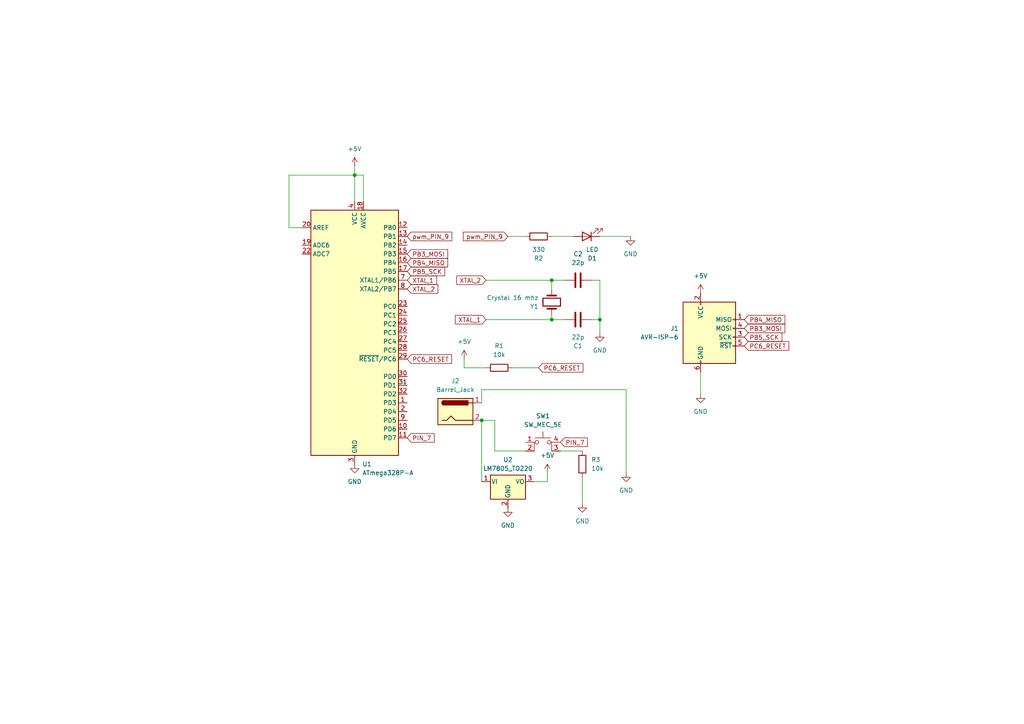
<source format=kicad_sch>
(kicad_sch (version 20230121) (generator eeschema)

  (uuid 83bb3032-0f90-495b-9828-42ba2d68c08d)

  (paper "A4")

  (lib_symbols
    (symbol "Connector:AVR-ISP-6" (pin_names (offset 1.016)) (in_bom yes) (on_board yes)
      (property "Reference" "J" (at -6.35 11.43 0)
        (effects (font (size 1.27 1.27)) (justify left))
      )
      (property "Value" "AVR-ISP-6" (at 0 11.43 0)
        (effects (font (size 1.27 1.27)) (justify left))
      )
      (property "Footprint" "" (at -6.35 1.27 90)
        (effects (font (size 1.27 1.27)) hide)
      )
      (property "Datasheet" " ~" (at -32.385 -13.97 0)
        (effects (font (size 1.27 1.27)) hide)
      )
      (property "ki_keywords" "AVR ISP Connector" (at 0 0 0)
        (effects (font (size 1.27 1.27)) hide)
      )
      (property "ki_description" "Atmel 6-pin ISP connector" (at 0 0 0)
        (effects (font (size 1.27 1.27)) hide)
      )
      (property "ki_fp_filters" "IDC?Header*2x03* Pin?Header*2x03*" (at 0 0 0)
        (effects (font (size 1.27 1.27)) hide)
      )
      (symbol "AVR-ISP-6_0_1"
        (rectangle (start -2.667 -6.858) (end -2.413 -7.62)
          (stroke (width 0) (type default))
          (fill (type none))
        )
        (rectangle (start -2.667 10.16) (end -2.413 9.398)
          (stroke (width 0) (type default))
          (fill (type none))
        )
        (rectangle (start 7.62 -2.413) (end 6.858 -2.667)
          (stroke (width 0) (type default))
          (fill (type none))
        )
        (rectangle (start 7.62 0.127) (end 6.858 -0.127)
          (stroke (width 0) (type default))
          (fill (type none))
        )
        (rectangle (start 7.62 2.667) (end 6.858 2.413)
          (stroke (width 0) (type default))
          (fill (type none))
        )
        (rectangle (start 7.62 5.207) (end 6.858 4.953)
          (stroke (width 0) (type default))
          (fill (type none))
        )
        (rectangle (start 7.62 10.16) (end -7.62 -7.62)
          (stroke (width 0.254) (type default))
          (fill (type background))
        )
      )
      (symbol "AVR-ISP-6_1_1"
        (pin passive line (at 10.16 5.08 180) (length 2.54)
          (name "MISO" (effects (font (size 1.27 1.27))))
          (number "1" (effects (font (size 1.27 1.27))))
        )
        (pin passive line (at -2.54 12.7 270) (length 2.54)
          (name "VCC" (effects (font (size 1.27 1.27))))
          (number "2" (effects (font (size 1.27 1.27))))
        )
        (pin passive line (at 10.16 0 180) (length 2.54)
          (name "SCK" (effects (font (size 1.27 1.27))))
          (number "3" (effects (font (size 1.27 1.27))))
        )
        (pin passive line (at 10.16 2.54 180) (length 2.54)
          (name "MOSI" (effects (font (size 1.27 1.27))))
          (number "4" (effects (font (size 1.27 1.27))))
        )
        (pin passive line (at 10.16 -2.54 180) (length 2.54)
          (name "~{RST}" (effects (font (size 1.27 1.27))))
          (number "5" (effects (font (size 1.27 1.27))))
        )
        (pin passive line (at -2.54 -10.16 90) (length 2.54)
          (name "GND" (effects (font (size 1.27 1.27))))
          (number "6" (effects (font (size 1.27 1.27))))
        )
      )
    )
    (symbol "Connector:Barrel_Jack" (pin_names (offset 1.016)) (in_bom yes) (on_board yes)
      (property "Reference" "J" (at 0 5.334 0)
        (effects (font (size 1.27 1.27)))
      )
      (property "Value" "Barrel_Jack" (at 0 -5.08 0)
        (effects (font (size 1.27 1.27)))
      )
      (property "Footprint" "" (at 1.27 -1.016 0)
        (effects (font (size 1.27 1.27)) hide)
      )
      (property "Datasheet" "~" (at 1.27 -1.016 0)
        (effects (font (size 1.27 1.27)) hide)
      )
      (property "ki_keywords" "DC power barrel jack connector" (at 0 0 0)
        (effects (font (size 1.27 1.27)) hide)
      )
      (property "ki_description" "DC Barrel Jack" (at 0 0 0)
        (effects (font (size 1.27 1.27)) hide)
      )
      (property "ki_fp_filters" "BarrelJack*" (at 0 0 0)
        (effects (font (size 1.27 1.27)) hide)
      )
      (symbol "Barrel_Jack_0_1"
        (rectangle (start -5.08 3.81) (end 5.08 -3.81)
          (stroke (width 0.254) (type default))
          (fill (type background))
        )
        (arc (start -3.302 3.175) (mid -3.9343 2.54) (end -3.302 1.905)
          (stroke (width 0.254) (type default))
          (fill (type none))
        )
        (arc (start -3.302 3.175) (mid -3.9343 2.54) (end -3.302 1.905)
          (stroke (width 0.254) (type default))
          (fill (type outline))
        )
        (polyline
          (pts
            (xy 5.08 2.54)
            (xy 3.81 2.54)
          )
          (stroke (width 0.254) (type default))
          (fill (type none))
        )
        (polyline
          (pts
            (xy -3.81 -2.54)
            (xy -2.54 -2.54)
            (xy -1.27 -1.27)
            (xy 0 -2.54)
            (xy 2.54 -2.54)
            (xy 5.08 -2.54)
          )
          (stroke (width 0.254) (type default))
          (fill (type none))
        )
        (rectangle (start 3.683 3.175) (end -3.302 1.905)
          (stroke (width 0.254) (type default))
          (fill (type outline))
        )
      )
      (symbol "Barrel_Jack_1_1"
        (pin passive line (at 7.62 2.54 180) (length 2.54)
          (name "~" (effects (font (size 1.27 1.27))))
          (number "1" (effects (font (size 1.27 1.27))))
        )
        (pin passive line (at 7.62 -2.54 180) (length 2.54)
          (name "~" (effects (font (size 1.27 1.27))))
          (number "2" (effects (font (size 1.27 1.27))))
        )
      )
    )
    (symbol "Device:C" (pin_numbers hide) (pin_names (offset 0.254)) (in_bom yes) (on_board yes)
      (property "Reference" "C" (at 0.635 2.54 0)
        (effects (font (size 1.27 1.27)) (justify left))
      )
      (property "Value" "C" (at 0.635 -2.54 0)
        (effects (font (size 1.27 1.27)) (justify left))
      )
      (property "Footprint" "" (at 0.9652 -3.81 0)
        (effects (font (size 1.27 1.27)) hide)
      )
      (property "Datasheet" "~" (at 0 0 0)
        (effects (font (size 1.27 1.27)) hide)
      )
      (property "ki_keywords" "cap capacitor" (at 0 0 0)
        (effects (font (size 1.27 1.27)) hide)
      )
      (property "ki_description" "Unpolarized capacitor" (at 0 0 0)
        (effects (font (size 1.27 1.27)) hide)
      )
      (property "ki_fp_filters" "C_*" (at 0 0 0)
        (effects (font (size 1.27 1.27)) hide)
      )
      (symbol "C_0_1"
        (polyline
          (pts
            (xy -2.032 -0.762)
            (xy 2.032 -0.762)
          )
          (stroke (width 0.508) (type default))
          (fill (type none))
        )
        (polyline
          (pts
            (xy -2.032 0.762)
            (xy 2.032 0.762)
          )
          (stroke (width 0.508) (type default))
          (fill (type none))
        )
      )
      (symbol "C_1_1"
        (pin passive line (at 0 3.81 270) (length 2.794)
          (name "~" (effects (font (size 1.27 1.27))))
          (number "1" (effects (font (size 1.27 1.27))))
        )
        (pin passive line (at 0 -3.81 90) (length 2.794)
          (name "~" (effects (font (size 1.27 1.27))))
          (number "2" (effects (font (size 1.27 1.27))))
        )
      )
    )
    (symbol "Device:Crystal" (pin_numbers hide) (pin_names (offset 1.016) hide) (in_bom yes) (on_board yes)
      (property "Reference" "Y" (at 0 3.81 0)
        (effects (font (size 1.27 1.27)))
      )
      (property "Value" "Crystal" (at 0 -3.81 0)
        (effects (font (size 1.27 1.27)))
      )
      (property "Footprint" "" (at 0 0 0)
        (effects (font (size 1.27 1.27)) hide)
      )
      (property "Datasheet" "~" (at 0 0 0)
        (effects (font (size 1.27 1.27)) hide)
      )
      (property "ki_keywords" "quartz ceramic resonator oscillator" (at 0 0 0)
        (effects (font (size 1.27 1.27)) hide)
      )
      (property "ki_description" "Two pin crystal" (at 0 0 0)
        (effects (font (size 1.27 1.27)) hide)
      )
      (property "ki_fp_filters" "Crystal*" (at 0 0 0)
        (effects (font (size 1.27 1.27)) hide)
      )
      (symbol "Crystal_0_1"
        (rectangle (start -1.143 2.54) (end 1.143 -2.54)
          (stroke (width 0.3048) (type default))
          (fill (type none))
        )
        (polyline
          (pts
            (xy -2.54 0)
            (xy -1.905 0)
          )
          (stroke (width 0) (type default))
          (fill (type none))
        )
        (polyline
          (pts
            (xy -1.905 -1.27)
            (xy -1.905 1.27)
          )
          (stroke (width 0.508) (type default))
          (fill (type none))
        )
        (polyline
          (pts
            (xy 1.905 -1.27)
            (xy 1.905 1.27)
          )
          (stroke (width 0.508) (type default))
          (fill (type none))
        )
        (polyline
          (pts
            (xy 2.54 0)
            (xy 1.905 0)
          )
          (stroke (width 0) (type default))
          (fill (type none))
        )
      )
      (symbol "Crystal_1_1"
        (pin passive line (at -3.81 0 0) (length 1.27)
          (name "1" (effects (font (size 1.27 1.27))))
          (number "1" (effects (font (size 1.27 1.27))))
        )
        (pin passive line (at 3.81 0 180) (length 1.27)
          (name "2" (effects (font (size 1.27 1.27))))
          (number "2" (effects (font (size 1.27 1.27))))
        )
      )
    )
    (symbol "Device:LED" (pin_numbers hide) (pin_names (offset 1.016) hide) (in_bom yes) (on_board yes)
      (property "Reference" "D" (at 0 2.54 0)
        (effects (font (size 1.27 1.27)))
      )
      (property "Value" "LED" (at 0 -2.54 0)
        (effects (font (size 1.27 1.27)))
      )
      (property "Footprint" "" (at 0 0 0)
        (effects (font (size 1.27 1.27)) hide)
      )
      (property "Datasheet" "~" (at 0 0 0)
        (effects (font (size 1.27 1.27)) hide)
      )
      (property "ki_keywords" "LED diode" (at 0 0 0)
        (effects (font (size 1.27 1.27)) hide)
      )
      (property "ki_description" "Light emitting diode" (at 0 0 0)
        (effects (font (size 1.27 1.27)) hide)
      )
      (property "ki_fp_filters" "LED* LED_SMD:* LED_THT:*" (at 0 0 0)
        (effects (font (size 1.27 1.27)) hide)
      )
      (symbol "LED_0_1"
        (polyline
          (pts
            (xy -1.27 -1.27)
            (xy -1.27 1.27)
          )
          (stroke (width 0.254) (type default))
          (fill (type none))
        )
        (polyline
          (pts
            (xy -1.27 0)
            (xy 1.27 0)
          )
          (stroke (width 0) (type default))
          (fill (type none))
        )
        (polyline
          (pts
            (xy 1.27 -1.27)
            (xy 1.27 1.27)
            (xy -1.27 0)
            (xy 1.27 -1.27)
          )
          (stroke (width 0.254) (type default))
          (fill (type none))
        )
        (polyline
          (pts
            (xy -3.048 -0.762)
            (xy -4.572 -2.286)
            (xy -3.81 -2.286)
            (xy -4.572 -2.286)
            (xy -4.572 -1.524)
          )
          (stroke (width 0) (type default))
          (fill (type none))
        )
        (polyline
          (pts
            (xy -1.778 -0.762)
            (xy -3.302 -2.286)
            (xy -2.54 -2.286)
            (xy -3.302 -2.286)
            (xy -3.302 -1.524)
          )
          (stroke (width 0) (type default))
          (fill (type none))
        )
      )
      (symbol "LED_1_1"
        (pin passive line (at -3.81 0 0) (length 2.54)
          (name "K" (effects (font (size 1.27 1.27))))
          (number "1" (effects (font (size 1.27 1.27))))
        )
        (pin passive line (at 3.81 0 180) (length 2.54)
          (name "A" (effects (font (size 1.27 1.27))))
          (number "2" (effects (font (size 1.27 1.27))))
        )
      )
    )
    (symbol "Device:R" (pin_numbers hide) (pin_names (offset 0)) (in_bom yes) (on_board yes)
      (property "Reference" "R" (at 2.032 0 90)
        (effects (font (size 1.27 1.27)))
      )
      (property "Value" "R" (at 0 0 90)
        (effects (font (size 1.27 1.27)))
      )
      (property "Footprint" "" (at -1.778 0 90)
        (effects (font (size 1.27 1.27)) hide)
      )
      (property "Datasheet" "~" (at 0 0 0)
        (effects (font (size 1.27 1.27)) hide)
      )
      (property "ki_keywords" "R res resistor" (at 0 0 0)
        (effects (font (size 1.27 1.27)) hide)
      )
      (property "ki_description" "Resistor" (at 0 0 0)
        (effects (font (size 1.27 1.27)) hide)
      )
      (property "ki_fp_filters" "R_*" (at 0 0 0)
        (effects (font (size 1.27 1.27)) hide)
      )
      (symbol "R_0_1"
        (rectangle (start -1.016 -2.54) (end 1.016 2.54)
          (stroke (width 0.254) (type default))
          (fill (type none))
        )
      )
      (symbol "R_1_1"
        (pin passive line (at 0 3.81 270) (length 1.27)
          (name "~" (effects (font (size 1.27 1.27))))
          (number "1" (effects (font (size 1.27 1.27))))
        )
        (pin passive line (at 0 -3.81 90) (length 1.27)
          (name "~" (effects (font (size 1.27 1.27))))
          (number "2" (effects (font (size 1.27 1.27))))
        )
      )
    )
    (symbol "MCU_Microchip_ATmega:ATmega328P-A" (in_bom yes) (on_board yes)
      (property "Reference" "U" (at -12.7 36.83 0)
        (effects (font (size 1.27 1.27)) (justify left bottom))
      )
      (property "Value" "ATmega328P-A" (at 2.54 -36.83 0)
        (effects (font (size 1.27 1.27)) (justify left top))
      )
      (property "Footprint" "Package_QFP:TQFP-32_7x7mm_P0.8mm" (at 0 0 0)
        (effects (font (size 1.27 1.27) italic) hide)
      )
      (property "Datasheet" "http://ww1.microchip.com/downloads/en/DeviceDoc/ATmega328_P%20AVR%20MCU%20with%20picoPower%20Technology%20Data%20Sheet%2040001984A.pdf" (at 0 0 0)
        (effects (font (size 1.27 1.27)) hide)
      )
      (property "ki_keywords" "AVR 8bit Microcontroller MegaAVR PicoPower" (at 0 0 0)
        (effects (font (size 1.27 1.27)) hide)
      )
      (property "ki_description" "20MHz, 32kB Flash, 2kB SRAM, 1kB EEPROM, TQFP-32" (at 0 0 0)
        (effects (font (size 1.27 1.27)) hide)
      )
      (property "ki_fp_filters" "TQFP*7x7mm*P0.8mm*" (at 0 0 0)
        (effects (font (size 1.27 1.27)) hide)
      )
      (symbol "ATmega328P-A_0_1"
        (rectangle (start -12.7 -35.56) (end 12.7 35.56)
          (stroke (width 0.254) (type default))
          (fill (type background))
        )
      )
      (symbol "ATmega328P-A_1_1"
        (pin bidirectional line (at 15.24 -20.32 180) (length 2.54)
          (name "PD3" (effects (font (size 1.27 1.27))))
          (number "1" (effects (font (size 1.27 1.27))))
        )
        (pin bidirectional line (at 15.24 -27.94 180) (length 2.54)
          (name "PD6" (effects (font (size 1.27 1.27))))
          (number "10" (effects (font (size 1.27 1.27))))
        )
        (pin bidirectional line (at 15.24 -30.48 180) (length 2.54)
          (name "PD7" (effects (font (size 1.27 1.27))))
          (number "11" (effects (font (size 1.27 1.27))))
        )
        (pin bidirectional line (at 15.24 30.48 180) (length 2.54)
          (name "PB0" (effects (font (size 1.27 1.27))))
          (number "12" (effects (font (size 1.27 1.27))))
        )
        (pin bidirectional line (at 15.24 27.94 180) (length 2.54)
          (name "PB1" (effects (font (size 1.27 1.27))))
          (number "13" (effects (font (size 1.27 1.27))))
        )
        (pin bidirectional line (at 15.24 25.4 180) (length 2.54)
          (name "PB2" (effects (font (size 1.27 1.27))))
          (number "14" (effects (font (size 1.27 1.27))))
        )
        (pin bidirectional line (at 15.24 22.86 180) (length 2.54)
          (name "PB3" (effects (font (size 1.27 1.27))))
          (number "15" (effects (font (size 1.27 1.27))))
        )
        (pin bidirectional line (at 15.24 20.32 180) (length 2.54)
          (name "PB4" (effects (font (size 1.27 1.27))))
          (number "16" (effects (font (size 1.27 1.27))))
        )
        (pin bidirectional line (at 15.24 17.78 180) (length 2.54)
          (name "PB5" (effects (font (size 1.27 1.27))))
          (number "17" (effects (font (size 1.27 1.27))))
        )
        (pin power_in line (at 2.54 38.1 270) (length 2.54)
          (name "AVCC" (effects (font (size 1.27 1.27))))
          (number "18" (effects (font (size 1.27 1.27))))
        )
        (pin input line (at -15.24 25.4 0) (length 2.54)
          (name "ADC6" (effects (font (size 1.27 1.27))))
          (number "19" (effects (font (size 1.27 1.27))))
        )
        (pin bidirectional line (at 15.24 -22.86 180) (length 2.54)
          (name "PD4" (effects (font (size 1.27 1.27))))
          (number "2" (effects (font (size 1.27 1.27))))
        )
        (pin passive line (at -15.24 30.48 0) (length 2.54)
          (name "AREF" (effects (font (size 1.27 1.27))))
          (number "20" (effects (font (size 1.27 1.27))))
        )
        (pin passive line (at 0 -38.1 90) (length 2.54) hide
          (name "GND" (effects (font (size 1.27 1.27))))
          (number "21" (effects (font (size 1.27 1.27))))
        )
        (pin input line (at -15.24 22.86 0) (length 2.54)
          (name "ADC7" (effects (font (size 1.27 1.27))))
          (number "22" (effects (font (size 1.27 1.27))))
        )
        (pin bidirectional line (at 15.24 7.62 180) (length 2.54)
          (name "PC0" (effects (font (size 1.27 1.27))))
          (number "23" (effects (font (size 1.27 1.27))))
        )
        (pin bidirectional line (at 15.24 5.08 180) (length 2.54)
          (name "PC1" (effects (font (size 1.27 1.27))))
          (number "24" (effects (font (size 1.27 1.27))))
        )
        (pin bidirectional line (at 15.24 2.54 180) (length 2.54)
          (name "PC2" (effects (font (size 1.27 1.27))))
          (number "25" (effects (font (size 1.27 1.27))))
        )
        (pin bidirectional line (at 15.24 0 180) (length 2.54)
          (name "PC3" (effects (font (size 1.27 1.27))))
          (number "26" (effects (font (size 1.27 1.27))))
        )
        (pin bidirectional line (at 15.24 -2.54 180) (length 2.54)
          (name "PC4" (effects (font (size 1.27 1.27))))
          (number "27" (effects (font (size 1.27 1.27))))
        )
        (pin bidirectional line (at 15.24 -5.08 180) (length 2.54)
          (name "PC5" (effects (font (size 1.27 1.27))))
          (number "28" (effects (font (size 1.27 1.27))))
        )
        (pin bidirectional line (at 15.24 -7.62 180) (length 2.54)
          (name "~{RESET}/PC6" (effects (font (size 1.27 1.27))))
          (number "29" (effects (font (size 1.27 1.27))))
        )
        (pin power_in line (at 0 -38.1 90) (length 2.54)
          (name "GND" (effects (font (size 1.27 1.27))))
          (number "3" (effects (font (size 1.27 1.27))))
        )
        (pin bidirectional line (at 15.24 -12.7 180) (length 2.54)
          (name "PD0" (effects (font (size 1.27 1.27))))
          (number "30" (effects (font (size 1.27 1.27))))
        )
        (pin bidirectional line (at 15.24 -15.24 180) (length 2.54)
          (name "PD1" (effects (font (size 1.27 1.27))))
          (number "31" (effects (font (size 1.27 1.27))))
        )
        (pin bidirectional line (at 15.24 -17.78 180) (length 2.54)
          (name "PD2" (effects (font (size 1.27 1.27))))
          (number "32" (effects (font (size 1.27 1.27))))
        )
        (pin power_in line (at 0 38.1 270) (length 2.54)
          (name "VCC" (effects (font (size 1.27 1.27))))
          (number "4" (effects (font (size 1.27 1.27))))
        )
        (pin passive line (at 0 -38.1 90) (length 2.54) hide
          (name "GND" (effects (font (size 1.27 1.27))))
          (number "5" (effects (font (size 1.27 1.27))))
        )
        (pin passive line (at 0 38.1 270) (length 2.54) hide
          (name "VCC" (effects (font (size 1.27 1.27))))
          (number "6" (effects (font (size 1.27 1.27))))
        )
        (pin bidirectional line (at 15.24 15.24 180) (length 2.54)
          (name "XTAL1/PB6" (effects (font (size 1.27 1.27))))
          (number "7" (effects (font (size 1.27 1.27))))
        )
        (pin bidirectional line (at 15.24 12.7 180) (length 2.54)
          (name "XTAL2/PB7" (effects (font (size 1.27 1.27))))
          (number "8" (effects (font (size 1.27 1.27))))
        )
        (pin bidirectional line (at 15.24 -25.4 180) (length 2.54)
          (name "PD5" (effects (font (size 1.27 1.27))))
          (number "9" (effects (font (size 1.27 1.27))))
        )
      )
    )
    (symbol "Regulator_Linear:LM7805_TO220" (pin_names (offset 0.254)) (in_bom yes) (on_board yes)
      (property "Reference" "U" (at -3.81 3.175 0)
        (effects (font (size 1.27 1.27)))
      )
      (property "Value" "LM7805_TO220" (at 0 3.175 0)
        (effects (font (size 1.27 1.27)) (justify left))
      )
      (property "Footprint" "Package_TO_SOT_THT:TO-220-3_Vertical" (at 0 5.715 0)
        (effects (font (size 1.27 1.27) italic) hide)
      )
      (property "Datasheet" "https://www.onsemi.cn/PowerSolutions/document/MC7800-D.PDF" (at 0 -1.27 0)
        (effects (font (size 1.27 1.27)) hide)
      )
      (property "ki_keywords" "Voltage Regulator 1A Positive" (at 0 0 0)
        (effects (font (size 1.27 1.27)) hide)
      )
      (property "ki_description" "Positive 1A 35V Linear Regulator, Fixed Output 5V, TO-220" (at 0 0 0)
        (effects (font (size 1.27 1.27)) hide)
      )
      (property "ki_fp_filters" "TO?220*" (at 0 0 0)
        (effects (font (size 1.27 1.27)) hide)
      )
      (symbol "LM7805_TO220_0_1"
        (rectangle (start -5.08 1.905) (end 5.08 -5.08)
          (stroke (width 0.254) (type default))
          (fill (type background))
        )
      )
      (symbol "LM7805_TO220_1_1"
        (pin power_in line (at -7.62 0 0) (length 2.54)
          (name "VI" (effects (font (size 1.27 1.27))))
          (number "1" (effects (font (size 1.27 1.27))))
        )
        (pin power_in line (at 0 -7.62 90) (length 2.54)
          (name "GND" (effects (font (size 1.27 1.27))))
          (number "2" (effects (font (size 1.27 1.27))))
        )
        (pin power_out line (at 7.62 0 180) (length 2.54)
          (name "VO" (effects (font (size 1.27 1.27))))
          (number "3" (effects (font (size 1.27 1.27))))
        )
      )
    )
    (symbol "Switch:SW_MEC_5E" (pin_names (offset 1.016) hide) (in_bom yes) (on_board yes)
      (property "Reference" "SW" (at 0.635 5.715 0)
        (effects (font (size 1.27 1.27)) (justify left))
      )
      (property "Value" "SW_MEC_5E" (at 0 -3.175 0)
        (effects (font (size 1.27 1.27)))
      )
      (property "Footprint" "" (at 0 7.62 0)
        (effects (font (size 1.27 1.27)) hide)
      )
      (property "Datasheet" "http://www.apem.com/int/index.php?controller=attachment&id_attachment=1371" (at 0 7.62 0)
        (effects (font (size 1.27 1.27)) hide)
      )
      (property "ki_keywords" "switch normally-open pushbutton push-button" (at 0 0 0)
        (effects (font (size 1.27 1.27)) hide)
      )
      (property "ki_description" "MEC 5E single pole normally-open tactile switch" (at 0 0 0)
        (effects (font (size 1.27 1.27)) hide)
      )
      (property "ki_fp_filters" "SW*MEC*5G*" (at 0 0 0)
        (effects (font (size 1.27 1.27)) hide)
      )
      (symbol "SW_MEC_5E_0_1"
        (circle (center -1.778 2.54) (radius 0.508)
          (stroke (width 0) (type default))
          (fill (type none))
        )
        (polyline
          (pts
            (xy -2.286 3.81)
            (xy 2.286 3.81)
          )
          (stroke (width 0) (type default))
          (fill (type none))
        )
        (polyline
          (pts
            (xy 0 3.81)
            (xy 0 5.588)
          )
          (stroke (width 0) (type default))
          (fill (type none))
        )
        (polyline
          (pts
            (xy -2.54 0)
            (xy -2.54 2.54)
            (xy -2.286 2.54)
          )
          (stroke (width 0) (type default))
          (fill (type none))
        )
        (polyline
          (pts
            (xy 2.54 0)
            (xy 2.54 2.54)
            (xy 2.286 2.54)
          )
          (stroke (width 0) (type default))
          (fill (type none))
        )
        (circle (center 1.778 2.54) (radius 0.508)
          (stroke (width 0) (type default))
          (fill (type none))
        )
        (pin passive line (at -5.08 2.54 0) (length 2.54)
          (name "1" (effects (font (size 1.27 1.27))))
          (number "1" (effects (font (size 1.27 1.27))))
        )
        (pin passive line (at -5.08 0 0) (length 2.54)
          (name "2" (effects (font (size 1.27 1.27))))
          (number "2" (effects (font (size 1.27 1.27))))
        )
        (pin passive line (at 5.08 0 180) (length 2.54)
          (name "K" (effects (font (size 1.27 1.27))))
          (number "3" (effects (font (size 1.27 1.27))))
        )
        (pin passive line (at 5.08 2.54 180) (length 2.54)
          (name "A" (effects (font (size 1.27 1.27))))
          (number "4" (effects (font (size 1.27 1.27))))
        )
      )
    )
    (symbol "power:+5V" (power) (pin_names (offset 0)) (in_bom yes) (on_board yes)
      (property "Reference" "#PWR" (at 0 -3.81 0)
        (effects (font (size 1.27 1.27)) hide)
      )
      (property "Value" "+5V" (at 0 3.556 0)
        (effects (font (size 1.27 1.27)))
      )
      (property "Footprint" "" (at 0 0 0)
        (effects (font (size 1.27 1.27)) hide)
      )
      (property "Datasheet" "" (at 0 0 0)
        (effects (font (size 1.27 1.27)) hide)
      )
      (property "ki_keywords" "global power" (at 0 0 0)
        (effects (font (size 1.27 1.27)) hide)
      )
      (property "ki_description" "Power symbol creates a global label with name \"+5V\"" (at 0 0 0)
        (effects (font (size 1.27 1.27)) hide)
      )
      (symbol "+5V_0_1"
        (polyline
          (pts
            (xy -0.762 1.27)
            (xy 0 2.54)
          )
          (stroke (width 0) (type default))
          (fill (type none))
        )
        (polyline
          (pts
            (xy 0 0)
            (xy 0 2.54)
          )
          (stroke (width 0) (type default))
          (fill (type none))
        )
        (polyline
          (pts
            (xy 0 2.54)
            (xy 0.762 1.27)
          )
          (stroke (width 0) (type default))
          (fill (type none))
        )
      )
      (symbol "+5V_1_1"
        (pin power_in line (at 0 0 90) (length 0) hide
          (name "+5V" (effects (font (size 1.27 1.27))))
          (number "1" (effects (font (size 1.27 1.27))))
        )
      )
    )
    (symbol "power:GND" (power) (pin_names (offset 0)) (in_bom yes) (on_board yes)
      (property "Reference" "#PWR" (at 0 -6.35 0)
        (effects (font (size 1.27 1.27)) hide)
      )
      (property "Value" "GND" (at 0 -3.81 0)
        (effects (font (size 1.27 1.27)))
      )
      (property "Footprint" "" (at 0 0 0)
        (effects (font (size 1.27 1.27)) hide)
      )
      (property "Datasheet" "" (at 0 0 0)
        (effects (font (size 1.27 1.27)) hide)
      )
      (property "ki_keywords" "global power" (at 0 0 0)
        (effects (font (size 1.27 1.27)) hide)
      )
      (property "ki_description" "Power symbol creates a global label with name \"GND\" , ground" (at 0 0 0)
        (effects (font (size 1.27 1.27)) hide)
      )
      (symbol "GND_0_1"
        (polyline
          (pts
            (xy 0 0)
            (xy 0 -1.27)
            (xy 1.27 -1.27)
            (xy 0 -2.54)
            (xy -1.27 -1.27)
            (xy 0 -1.27)
          )
          (stroke (width 0) (type default))
          (fill (type none))
        )
      )
      (symbol "GND_1_1"
        (pin power_in line (at 0 0 270) (length 0) hide
          (name "GND" (effects (font (size 1.27 1.27))))
          (number "1" (effects (font (size 1.27 1.27))))
        )
      )
    )
  )

  (junction (at 160.02 81.28) (diameter 0) (color 0 0 0 0)
    (uuid 46079ddf-f78f-4bb7-8400-b4dd496aade1)
  )
  (junction (at 173.99 92.71) (diameter 0) (color 0 0 0 0)
    (uuid 64bfc7fa-7d7f-4b7a-b2ea-f6d045771580)
  )
  (junction (at 160.02 92.71) (diameter 0) (color 0 0 0 0)
    (uuid 90d4fc58-d286-46ad-b854-d818b103f75b)
  )
  (junction (at 139.7 121.92) (diameter 0) (color 0 0 0 0)
    (uuid b4635039-5ada-4216-b2e3-0efced0c2523)
  )
  (junction (at 102.87 50.8) (diameter 0) (color 0 0 0 0)
    (uuid fa45558a-b73e-44a4-b61b-adcade526216)
  )

  (wire (pts (xy 173.99 81.28) (xy 171.45 81.28))
    (stroke (width 0) (type default))
    (uuid 16c65a1e-8ae3-4a50-ac53-b270562dfc38)
  )
  (wire (pts (xy 140.97 92.71) (xy 160.02 92.71))
    (stroke (width 0) (type default))
    (uuid 29cbeef0-6e2e-467b-a647-d8fabfd7e509)
  )
  (wire (pts (xy 160.02 83.82) (xy 160.02 81.28))
    (stroke (width 0) (type default))
    (uuid 32ce41d6-b45c-4824-98cc-bcfffc1ab3ea)
  )
  (wire (pts (xy 102.87 50.8) (xy 105.41 50.8))
    (stroke (width 0) (type default))
    (uuid 39a477de-c3d3-49a0-a2a8-805fdb72ed25)
  )
  (wire (pts (xy 163.83 92.71) (xy 160.02 92.71))
    (stroke (width 0) (type default))
    (uuid 3ad551dd-9c62-45bd-be89-1d91fc69336a)
  )
  (wire (pts (xy 143.51 130.81) (xy 143.51 121.92))
    (stroke (width 0) (type default))
    (uuid 3e0aad3a-908f-4281-b8e6-3778f9d4180b)
  )
  (wire (pts (xy 134.62 106.68) (xy 140.97 106.68))
    (stroke (width 0) (type default))
    (uuid 46f73b67-6f7e-41d8-8bed-2dc98660b440)
  )
  (wire (pts (xy 203.2 107.95) (xy 203.2 114.3))
    (stroke (width 0) (type default))
    (uuid 4dd5d957-82ee-471e-a9c8-adc59690964a)
  )
  (wire (pts (xy 148.59 106.68) (xy 156.21 106.68))
    (stroke (width 0) (type default))
    (uuid 5ae2b9ef-c725-40a1-934c-1f5b3277d059)
  )
  (wire (pts (xy 140.97 81.28) (xy 160.02 81.28))
    (stroke (width 0) (type default))
    (uuid 5bedde32-281a-4e29-bac4-0be162de504d)
  )
  (wire (pts (xy 173.99 92.71) (xy 173.99 96.52))
    (stroke (width 0) (type default))
    (uuid 635f28ca-360e-45b9-8917-8cb87144ac0d)
  )
  (wire (pts (xy 105.41 50.8) (xy 105.41 58.42))
    (stroke (width 0) (type default))
    (uuid 676eb34f-a317-47f6-aa61-a06434d6dc31)
  )
  (wire (pts (xy 83.82 66.04) (xy 87.63 66.04))
    (stroke (width 0) (type default))
    (uuid 6adf7269-4254-46d8-873a-57264db18fbb)
  )
  (wire (pts (xy 83.82 50.8) (xy 83.82 66.04))
    (stroke (width 0) (type default))
    (uuid 7cfb1337-78be-4dbb-98b2-3180f5ac9ef4)
  )
  (wire (pts (xy 102.87 50.8) (xy 102.87 58.42))
    (stroke (width 0) (type default))
    (uuid 819b7c9b-476f-4c7f-b3be-e148052d204d)
  )
  (wire (pts (xy 163.83 81.28) (xy 160.02 81.28))
    (stroke (width 0) (type default))
    (uuid 83044d86-638d-449b-bbe5-7528fc7e6e4f)
  )
  (wire (pts (xy 162.56 130.81) (xy 168.91 130.81))
    (stroke (width 0) (type default))
    (uuid 88d177f4-0f72-4328-b34b-73de21369247)
  )
  (wire (pts (xy 181.61 113.03) (xy 181.61 137.16))
    (stroke (width 0) (type default))
    (uuid 89015027-865a-4628-af91-8ffa14e6f6b2)
  )
  (wire (pts (xy 102.87 48.26) (xy 102.87 50.8))
    (stroke (width 0) (type default))
    (uuid 8e1eb4f3-c2b4-46d7-97d1-08c3e2caaaa1)
  )
  (wire (pts (xy 139.7 113.03) (xy 139.7 116.84))
    (stroke (width 0) (type default))
    (uuid 8f07c5d6-cce5-41de-bad1-72a5adef05bf)
  )
  (wire (pts (xy 168.91 146.05) (xy 168.91 138.43))
    (stroke (width 0) (type default))
    (uuid 9515176d-7d34-483f-9e3f-5ddb6cb1c3b7)
  )
  (wire (pts (xy 102.87 50.8) (xy 83.82 50.8))
    (stroke (width 0) (type default))
    (uuid 98aabba1-ec3e-414b-9538-897fd2f78571)
  )
  (wire (pts (xy 139.7 113.03) (xy 181.61 113.03))
    (stroke (width 0) (type default))
    (uuid 9e831c5d-26b4-45db-b941-fb7644af4220)
  )
  (wire (pts (xy 173.99 92.71) (xy 173.99 81.28))
    (stroke (width 0) (type default))
    (uuid a7da6e42-61f9-41e4-9433-b4e100cca4a7)
  )
  (wire (pts (xy 139.7 121.92) (xy 139.7 139.7))
    (stroke (width 0) (type default))
    (uuid aaeaa94b-615c-4dff-8fe1-c641e9abe407)
  )
  (wire (pts (xy 171.45 92.71) (xy 173.99 92.71))
    (stroke (width 0) (type default))
    (uuid b32562ed-e09a-48b5-85eb-c4fde3bef97d)
  )
  (wire (pts (xy 182.88 68.58) (xy 173.99 68.58))
    (stroke (width 0) (type default))
    (uuid b4150f9b-c3b8-4287-98ea-39338b4b958a)
  )
  (wire (pts (xy 160.02 92.71) (xy 160.02 91.44))
    (stroke (width 0) (type default))
    (uuid c6cef877-808a-4822-98b6-269ae21746c2)
  )
  (wire (pts (xy 166.37 68.58) (xy 160.02 68.58))
    (stroke (width 0) (type default))
    (uuid c9407984-3804-4297-9ae0-08bd4ba6c815)
  )
  (wire (pts (xy 158.75 137.16) (xy 158.75 139.7))
    (stroke (width 0) (type default))
    (uuid e3176a1d-cc22-43ec-9445-ecb1e9f4accc)
  )
  (wire (pts (xy 152.4 68.58) (xy 147.32 68.58))
    (stroke (width 0) (type default))
    (uuid eaf45dcf-66ee-4dd6-8cf2-8dc50753accf)
  )
  (wire (pts (xy 143.51 130.81) (xy 152.4 130.81))
    (stroke (width 0) (type default))
    (uuid f650df1f-4ee7-44df-a4a7-149512235ff4)
  )
  (wire (pts (xy 134.62 104.14) (xy 134.62 106.68))
    (stroke (width 0) (type default))
    (uuid fabb449b-4152-4086-b6d6-515cd1738d55)
  )
  (wire (pts (xy 139.7 121.92) (xy 143.51 121.92))
    (stroke (width 0) (type default))
    (uuid fbd698a8-36f3-4c2c-92c0-872b36fdfaec)
  )
  (wire (pts (xy 154.94 139.7) (xy 158.75 139.7))
    (stroke (width 0) (type default))
    (uuid fc8bb673-8bcb-45f0-8c4d-e515dca0ec3d)
  )

  (global_label "PB4_MISO" (shape input) (at 118.11 76.2 0) (fields_autoplaced)
    (effects (font (size 1.27 1.27)) (justify left))
    (uuid 064df05d-f2c3-439c-848d-e032401fa892)
    (property "Intersheetrefs" "${INTERSHEET_REFS}" (at 130.4085 76.2 0)
      (effects (font (size 1.27 1.27)) (justify left) hide)
    )
  )
  (global_label "XTAL_2" (shape input) (at 118.11 83.82 0) (fields_autoplaced)
    (effects (font (size 1.27 1.27)) (justify left))
    (uuid 12b45a82-421e-4501-bb71-2ebc5089e2a5)
    (property "Intersheetrefs" "${INTERSHEET_REFS}" (at 127.5661 83.82 0)
      (effects (font (size 1.27 1.27)) (justify left) hide)
    )
  )
  (global_label "PB4_MISO" (shape input) (at 215.9 92.71 0) (fields_autoplaced)
    (effects (font (size 1.27 1.27)) (justify left))
    (uuid 1561bea9-3675-441e-b2a2-57ba137445e3)
    (property "Intersheetrefs" "${INTERSHEET_REFS}" (at 228.1985 92.71 0)
      (effects (font (size 1.27 1.27)) (justify left) hide)
    )
  )
  (global_label "pwm_PIN_9" (shape input) (at 147.32 68.58 180) (fields_autoplaced)
    (effects (font (size 1.27 1.27)) (justify right))
    (uuid 1902f107-8a92-4ef4-9b0c-b5691b7a6d5a)
    (property "Intersheetrefs" "${INTERSHEET_REFS}" (at 133.812 68.58 0)
      (effects (font (size 1.27 1.27)) (justify right) hide)
    )
  )
  (global_label "PB3_MOSI" (shape input) (at 215.9 95.25 0) (fields_autoplaced)
    (effects (font (size 1.27 1.27)) (justify left))
    (uuid 322f1e50-e972-41f4-a41d-92d49add3e91)
    (property "Intersheetrefs" "${INTERSHEET_REFS}" (at 228.1985 95.25 0)
      (effects (font (size 1.27 1.27)) (justify left) hide)
    )
  )
  (global_label "PB5_SCK" (shape input) (at 118.11 78.74 0) (fields_autoplaced)
    (effects (font (size 1.27 1.27)) (justify left))
    (uuid 6b04a3e2-4b7b-4a87-9722-1a7981e985be)
    (property "Intersheetrefs" "${INTERSHEET_REFS}" (at 129.5618 78.74 0)
      (effects (font (size 1.27 1.27)) (justify left) hide)
    )
  )
  (global_label "PC6_RESET" (shape input) (at 156.21 106.68 0) (fields_autoplaced)
    (effects (font (size 1.27 1.27)) (justify left))
    (uuid 6f2b91f0-2821-43e9-b0c6-21b544717ca3)
    (property "Intersheetrefs" "${INTERSHEET_REFS}" (at 169.6574 106.68 0)
      (effects (font (size 1.27 1.27)) (justify left) hide)
    )
  )
  (global_label "PB5_SCK" (shape input) (at 215.9 97.79 0) (fields_autoplaced)
    (effects (font (size 1.27 1.27)) (justify left))
    (uuid 70dee582-d688-4c8a-8d06-37886e47d877)
    (property "Intersheetrefs" "${INTERSHEET_REFS}" (at 227.3518 97.79 0)
      (effects (font (size 1.27 1.27)) (justify left) hide)
    )
  )
  (global_label "PB3_MOSI" (shape input) (at 118.11 73.66 0) (fields_autoplaced)
    (effects (font (size 1.27 1.27)) (justify left))
    (uuid 7f3c7e37-5d17-47e9-b8b6-8cbf7fe1ba4e)
    (property "Intersheetrefs" "${INTERSHEET_REFS}" (at 130.4085 73.66 0)
      (effects (font (size 1.27 1.27)) (justify left) hide)
    )
  )
  (global_label "PC6_RESET" (shape input) (at 118.11 104.14 0) (fields_autoplaced)
    (effects (font (size 1.27 1.27)) (justify left))
    (uuid 801074a6-6194-4d90-9f0c-2da9697a6195)
    (property "Intersheetrefs" "${INTERSHEET_REFS}" (at 131.5574 104.14 0)
      (effects (font (size 1.27 1.27)) (justify left) hide)
    )
  )
  (global_label "XTAl_1" (shape input) (at 118.11 81.28 0) (fields_autoplaced)
    (effects (font (size 1.27 1.27)) (justify left))
    (uuid 8611dbdd-d9b2-437c-a022-14118c0bb913)
    (property "Intersheetrefs" "${INTERSHEET_REFS}" (at 127.2032 81.28 0)
      (effects (font (size 1.27 1.27)) (justify left) hide)
    )
  )
  (global_label "PC6_RESET" (shape input) (at 215.9 100.33 0) (fields_autoplaced)
    (effects (font (size 1.27 1.27)) (justify left))
    (uuid 88c7f897-d2d6-4969-bed9-bb0d3242ee21)
    (property "Intersheetrefs" "${INTERSHEET_REFS}" (at 229.3474 100.33 0)
      (effects (font (size 1.27 1.27)) (justify left) hide)
    )
  )
  (global_label "XTAl_2" (shape input) (at 140.97 81.28 180) (fields_autoplaced)
    (effects (font (size 1.27 1.27)) (justify right))
    (uuid a4d1d639-46f4-41e4-83a9-fa21f12b46d3)
    (property "Intersheetrefs" "${INTERSHEET_REFS}" (at 131.8768 81.28 0)
      (effects (font (size 1.27 1.27)) (justify right) hide)
    )
  )
  (global_label "pwm_PIN_9" (shape input) (at 118.11 68.58 0) (fields_autoplaced)
    (effects (font (size 1.27 1.27)) (justify left))
    (uuid a7ac82ea-31f2-4912-af48-677f0531aec9)
    (property "Intersheetrefs" "${INTERSHEET_REFS}" (at 131.618 68.58 0)
      (effects (font (size 1.27 1.27)) (justify left) hide)
    )
  )
  (global_label "PIN_7" (shape input) (at 162.56 128.27 0) (fields_autoplaced)
    (effects (font (size 1.27 1.27)) (justify left))
    (uuid a87e2669-3fa8-4381-a3cc-a652671e7e99)
    (property "Intersheetrefs" "${INTERSHEET_REFS}" (at 170.9276 128.27 0)
      (effects (font (size 1.27 1.27)) (justify left) hide)
    )
  )
  (global_label "PIN_7" (shape input) (at 118.11 127 0) (fields_autoplaced)
    (effects (font (size 1.27 1.27)) (justify left))
    (uuid b92e0916-d862-4dfd-b92b-3fefe99f8edf)
    (property "Intersheetrefs" "${INTERSHEET_REFS}" (at 126.4776 127 0)
      (effects (font (size 1.27 1.27)) (justify left) hide)
    )
  )
  (global_label "XTAL_1" (shape input) (at 140.97 92.71 180) (fields_autoplaced)
    (effects (font (size 1.27 1.27)) (justify right))
    (uuid ccb95a00-807e-43c9-aa46-dcbed0e98fac)
    (property "Intersheetrefs" "${INTERSHEET_REFS}" (at 131.5139 92.71 0)
      (effects (font (size 1.27 1.27)) (justify right) hide)
    )
  )

  (symbol (lib_id "Device:C") (at 167.64 81.28 270) (unit 1)
    (in_bom yes) (on_board yes) (dnp no) (fields_autoplaced)
    (uuid 0d5fc1ab-95d1-441d-89c8-759f8c971b6a)
    (property "Reference" "C2" (at 167.64 73.66 90)
      (effects (font (size 1.27 1.27)))
    )
    (property "Value" "22p" (at 167.64 76.2 90)
      (effects (font (size 1.27 1.27)))
    )
    (property "Footprint" "Capacitor_THT:C_Disc_D3.0mm_W1.6mm_P2.50mm" (at 163.83 82.2452 0)
      (effects (font (size 1.27 1.27)) hide)
    )
    (property "Datasheet" "~" (at 167.64 81.28 0)
      (effects (font (size 1.27 1.27)) hide)
    )
    (pin "1" (uuid 22e9dda3-d39c-4f20-8ede-e88c11fe6443))
    (pin "2" (uuid ca69a55f-3b97-4382-9c1c-ea3b879b2c5a))
    (instances
      (project "Arduino_LED"
        (path "/83bb3032-0f90-495b-9828-42ba2d68c08d"
          (reference "C2") (unit 1)
        )
      )
    )
  )

  (symbol (lib_id "power:GND") (at 147.32 147.32 0) (unit 1)
    (in_bom yes) (on_board yes) (dnp no) (fields_autoplaced)
    (uuid 2a19fafd-c3af-417d-a073-536d3f6dc875)
    (property "Reference" "#PWR011" (at 147.32 153.67 0)
      (effects (font (size 1.27 1.27)) hide)
    )
    (property "Value" "GND" (at 147.32 152.4 0)
      (effects (font (size 1.27 1.27)))
    )
    (property "Footprint" "" (at 147.32 147.32 0)
      (effects (font (size 1.27 1.27)) hide)
    )
    (property "Datasheet" "" (at 147.32 147.32 0)
      (effects (font (size 1.27 1.27)) hide)
    )
    (pin "1" (uuid 7d03a5d9-c00c-41b0-a04c-3ef42945fbfd))
    (instances
      (project "Arduino_LED"
        (path "/83bb3032-0f90-495b-9828-42ba2d68c08d"
          (reference "#PWR011") (unit 1)
        )
      )
    )
  )

  (symbol (lib_id "power:+5V") (at 158.75 137.16 0) (unit 1)
    (in_bom yes) (on_board yes) (dnp no) (fields_autoplaced)
    (uuid 32099144-9e65-41f9-9826-80fa3b03b784)
    (property "Reference" "#PWR06" (at 158.75 140.97 0)
      (effects (font (size 1.27 1.27)) hide)
    )
    (property "Value" "+5V" (at 158.75 132.08 0)
      (effects (font (size 1.27 1.27)))
    )
    (property "Footprint" "" (at 158.75 137.16 0)
      (effects (font (size 1.27 1.27)) hide)
    )
    (property "Datasheet" "" (at 158.75 137.16 0)
      (effects (font (size 1.27 1.27)) hide)
    )
    (pin "1" (uuid 44c6b1fb-de3d-411b-98a8-a37e39ccfd6f))
    (instances
      (project "Arduino_LED"
        (path "/83bb3032-0f90-495b-9828-42ba2d68c08d"
          (reference "#PWR06") (unit 1)
        )
      )
    )
  )

  (symbol (lib_id "Device:R") (at 144.78 106.68 90) (unit 1)
    (in_bom yes) (on_board yes) (dnp no) (fields_autoplaced)
    (uuid 38390a3f-c133-4e37-92e9-c3c25667af6f)
    (property "Reference" "R1" (at 144.78 100.33 90)
      (effects (font (size 1.27 1.27)))
    )
    (property "Value" "10k" (at 144.78 102.87 90)
      (effects (font (size 1.27 1.27)))
    )
    (property "Footprint" "Resistor_THT:R_Axial_DIN0204_L3.6mm_D1.6mm_P5.08mm_Horizontal" (at 144.78 108.458 90)
      (effects (font (size 1.27 1.27)) hide)
    )
    (property "Datasheet" "~" (at 144.78 106.68 0)
      (effects (font (size 1.27 1.27)) hide)
    )
    (pin "1" (uuid 824394aa-3201-4599-8e1d-51236c17dc27))
    (pin "2" (uuid 1f7f0ab0-64e2-4fdd-bf3b-c400e3c2a74f))
    (instances
      (project "Arduino_LED"
        (path "/83bb3032-0f90-495b-9828-42ba2d68c08d"
          (reference "R1") (unit 1)
        )
      )
    )
  )

  (symbol (lib_id "Device:C") (at 167.64 92.71 270) (unit 1)
    (in_bom yes) (on_board yes) (dnp no)
    (uuid 4a3c577a-7264-4950-ac8b-86cf5b6e197f)
    (property "Reference" "C1" (at 167.64 100.33 90)
      (effects (font (size 1.27 1.27)))
    )
    (property "Value" "22p" (at 167.64 97.79 90)
      (effects (font (size 1.27 1.27)))
    )
    (property "Footprint" "Capacitor_THT:C_Disc_D3.0mm_W1.6mm_P2.50mm" (at 163.83 93.6752 0)
      (effects (font (size 1.27 1.27)) hide)
    )
    (property "Datasheet" "~" (at 167.64 92.71 0)
      (effects (font (size 1.27 1.27)) hide)
    )
    (pin "1" (uuid 6bb0a728-acc0-4f15-90ad-8a43a795cc3c))
    (pin "2" (uuid 17b943d8-01e6-4ad3-8461-59bcc74850ae))
    (instances
      (project "Arduino_LED"
        (path "/83bb3032-0f90-495b-9828-42ba2d68c08d"
          (reference "C1") (unit 1)
        )
      )
    )
  )

  (symbol (lib_id "power:+5V") (at 102.87 48.26 0) (unit 1)
    (in_bom yes) (on_board yes) (dnp no) (fields_autoplaced)
    (uuid 4adc576a-8c16-44d9-86fa-9e2758b029f3)
    (property "Reference" "#PWR02" (at 102.87 52.07 0)
      (effects (font (size 1.27 1.27)) hide)
    )
    (property "Value" "+5V" (at 102.87 43.18 0)
      (effects (font (size 1.27 1.27)))
    )
    (property "Footprint" "" (at 102.87 48.26 0)
      (effects (font (size 1.27 1.27)) hide)
    )
    (property "Datasheet" "" (at 102.87 48.26 0)
      (effects (font (size 1.27 1.27)) hide)
    )
    (pin "1" (uuid 15206963-743f-4af2-adf7-d6e6d486f84e))
    (instances
      (project "Arduino_LED"
        (path "/83bb3032-0f90-495b-9828-42ba2d68c08d"
          (reference "#PWR02") (unit 1)
        )
      )
    )
  )

  (symbol (lib_id "Regulator_Linear:LM7805_TO220") (at 147.32 139.7 0) (unit 1)
    (in_bom yes) (on_board yes) (dnp no) (fields_autoplaced)
    (uuid 550458ee-d6f5-4c98-80f8-ed9ba17cd16d)
    (property "Reference" "U2" (at 147.32 133.35 0)
      (effects (font (size 1.27 1.27)))
    )
    (property "Value" "LM7805_TO220" (at 147.32 135.89 0)
      (effects (font (size 1.27 1.27)))
    )
    (property "Footprint" "Package_TO_SOT_THT:TO-220-3_Vertical" (at 147.32 133.985 0)
      (effects (font (size 1.27 1.27) italic) hide)
    )
    (property "Datasheet" "https://www.onsemi.cn/PowerSolutions/document/MC7800-D.PDF" (at 147.32 140.97 0)
      (effects (font (size 1.27 1.27)) hide)
    )
    (pin "1" (uuid 768228c8-829a-4a90-aafc-96a001c92c0b))
    (pin "2" (uuid 5134b1c9-f70d-4759-b087-0f5a1ab7acd8))
    (pin "3" (uuid 838b6b56-89cf-4f9c-a230-3bd8e2104097))
    (instances
      (project "Arduino_LED"
        (path "/83bb3032-0f90-495b-9828-42ba2d68c08d"
          (reference "U2") (unit 1)
        )
      )
    )
  )

  (symbol (lib_id "Connector:Barrel_Jack") (at 132.08 119.38 0) (unit 1)
    (in_bom yes) (on_board yes) (dnp no) (fields_autoplaced)
    (uuid 5de8e799-ed20-4e72-bc1e-246fbc0a6366)
    (property "Reference" "J2" (at 132.08 110.49 0)
      (effects (font (size 1.27 1.27)))
    )
    (property "Value" "Barrel_Jack" (at 132.08 113.03 0)
      (effects (font (size 1.27 1.27)))
    )
    (property "Footprint" "Connector_BarrelJack:BarrelJack_SwitchcraftConxall_RAPC10U_Horizontal" (at 133.35 120.396 0)
      (effects (font (size 1.27 1.27)) hide)
    )
    (property "Datasheet" "~" (at 133.35 120.396 0)
      (effects (font (size 1.27 1.27)) hide)
    )
    (pin "1" (uuid 6bc1e4ed-320f-44c4-a05f-becc6b0f5780))
    (pin "2" (uuid dfb0eca8-8b66-4c29-a48b-b3ac03bc93d7))
    (instances
      (project "Arduino_LED"
        (path "/83bb3032-0f90-495b-9828-42ba2d68c08d"
          (reference "J2") (unit 1)
        )
      )
    )
  )

  (symbol (lib_id "Device:Crystal") (at 160.02 87.63 90) (unit 1)
    (in_bom yes) (on_board yes) (dnp no) (fields_autoplaced)
    (uuid 7d960403-7705-45af-9e05-7dd6b675df3a)
    (property "Reference" "Y1" (at 156.21 88.9 90)
      (effects (font (size 1.27 1.27)) (justify left))
    )
    (property "Value" "Crystal 16 mhz" (at 156.21 86.36 90)
      (effects (font (size 1.27 1.27)) (justify left))
    )
    (property "Footprint" "Crystal:Crystal_HC49-U_Vertical" (at 160.02 87.63 0)
      (effects (font (size 1.27 1.27)) hide)
    )
    (property "Datasheet" "~" (at 160.02 87.63 0)
      (effects (font (size 1.27 1.27)) hide)
    )
    (pin "1" (uuid 229f33b8-3881-4cb5-bd45-915b7a5787c2))
    (pin "2" (uuid 60baf2ae-fe90-477b-8b0b-6be1c3cecf3f))
    (instances
      (project "Arduino_LED"
        (path "/83bb3032-0f90-495b-9828-42ba2d68c08d"
          (reference "Y1") (unit 1)
        )
      )
    )
  )

  (symbol (lib_id "MCU_Microchip_ATmega:ATmega328P-A") (at 102.87 96.52 0) (unit 1)
    (in_bom yes) (on_board yes) (dnp no) (fields_autoplaced)
    (uuid 83f03c7d-1559-4b25-a9b4-cd624c62a33b)
    (property "Reference" "U1" (at 105.0641 134.62 0)
      (effects (font (size 1.27 1.27)) (justify left))
    )
    (property "Value" "ATmega328P-A" (at 105.0641 137.16 0)
      (effects (font (size 1.27 1.27)) (justify left))
    )
    (property "Footprint" "Package_QFP:TQFP-32_7x7mm_P0.8mm" (at 102.87 96.52 0)
      (effects (font (size 1.27 1.27) italic) hide)
    )
    (property "Datasheet" "http://ww1.microchip.com/downloads/en/DeviceDoc/ATmega328_P%20AVR%20MCU%20with%20picoPower%20Technology%20Data%20Sheet%2040001984A.pdf" (at 102.87 96.52 0)
      (effects (font (size 1.27 1.27)) hide)
    )
    (pin "1" (uuid b3c2f056-8ee0-45b2-8398-0686d78b5afe))
    (pin "10" (uuid 47269803-2274-4427-bcf9-272157fb5d19))
    (pin "11" (uuid b6bdcb7d-4180-4d87-883a-1cb2d2ae78d1))
    (pin "12" (uuid 22bc28c4-eaaf-464c-a1b6-a9dc82c93abe))
    (pin "13" (uuid d4c100ba-bd0c-4438-aa23-6ea00f11e8e7))
    (pin "14" (uuid 7c96a092-27a3-4447-91ae-6fb5e20c63fe))
    (pin "15" (uuid eb504a3a-a002-43fa-bb67-b36170226b52))
    (pin "16" (uuid 7f02698b-1bfe-47b9-92e2-455a14ef2b3a))
    (pin "17" (uuid c68c93d8-ad8c-4acc-a693-5048effb6b93))
    (pin "18" (uuid 40d1a92c-e579-4dfc-932c-987598b13755))
    (pin "19" (uuid 17d51e35-04d8-439f-8bf9-3f507f838f76))
    (pin "2" (uuid 579cd7bf-1e6d-4e9a-b099-392342216a3e))
    (pin "20" (uuid 21d2dfc9-e455-4d56-afe7-8bf8869c17c0))
    (pin "21" (uuid 7b4882f7-d018-42ad-bd26-8b8cec231c5f))
    (pin "22" (uuid dcc25d55-99b1-4807-8fb8-ce28b11025f9))
    (pin "23" (uuid 70f94ec1-ea64-48cd-875c-46dcf33cb23d))
    (pin "24" (uuid 5e0d484f-f657-4e7b-9706-ac453bd94a5e))
    (pin "25" (uuid e243c51a-2944-46da-a981-5af2614bb6f2))
    (pin "26" (uuid 46122def-981b-4843-8a39-9695372d0a2a))
    (pin "27" (uuid 204ea1d3-279e-4b68-b1c4-64ea4a08dc43))
    (pin "28" (uuid a860206a-0675-4cb3-a3f7-5e5c8ff37d04))
    (pin "29" (uuid ca45422c-b06e-4620-a2bc-6e67a1233da2))
    (pin "3" (uuid 9654a8b3-5780-425e-bb8c-2d876c66e08a))
    (pin "30" (uuid 78b49942-e06b-468a-8a7f-3f24f56e9bdb))
    (pin "31" (uuid 2c1f1381-9f5f-422e-b5a2-2d312c5e4722))
    (pin "32" (uuid b6956690-76a4-45b9-b54f-40d263d3edea))
    (pin "4" (uuid 15bff510-4111-4d62-9b8a-3a58d95b9452))
    (pin "5" (uuid 83f0c768-3b24-40f9-86a0-3fe764ce8bc4))
    (pin "6" (uuid 9b38200b-d87d-4bbd-9bbc-ab59b4d79dce))
    (pin "7" (uuid 1919ce9e-a2c1-408e-9bc4-3ee7c3c503f7))
    (pin "8" (uuid 5cfa6dfa-aa43-4195-ab7e-0e6415b5271a))
    (pin "9" (uuid e450c1f5-bde5-4719-9d7e-169baf1f82db))
    (instances
      (project "Arduino_LED"
        (path "/83bb3032-0f90-495b-9828-42ba2d68c08d"
          (reference "U1") (unit 1)
        )
      )
    )
  )

  (symbol (lib_id "power:GND") (at 181.61 137.16 0) (unit 1)
    (in_bom yes) (on_board yes) (dnp no)
    (uuid 86fa4871-74d7-429b-a1b3-87fb30168ac8)
    (property "Reference" "#PWR07" (at 181.61 143.51 0)
      (effects (font (size 1.27 1.27)) hide)
    )
    (property "Value" "GND" (at 181.61 142.24 0)
      (effects (font (size 1.27 1.27)))
    )
    (property "Footprint" "" (at 181.61 137.16 0)
      (effects (font (size 1.27 1.27)) hide)
    )
    (property "Datasheet" "" (at 181.61 137.16 0)
      (effects (font (size 1.27 1.27)) hide)
    )
    (pin "1" (uuid ed1205aa-3663-4ef8-ba1a-267afa0b2ff7))
    (instances
      (project "Arduino_LED"
        (path "/83bb3032-0f90-495b-9828-42ba2d68c08d"
          (reference "#PWR07") (unit 1)
        )
      )
    )
  )

  (symbol (lib_id "Device:LED") (at 170.18 68.58 180) (unit 1)
    (in_bom yes) (on_board yes) (dnp no) (fields_autoplaced)
    (uuid 8e628511-0f8f-4189-9a00-6b7ca9df625c)
    (property "Reference" "D1" (at 171.7675 74.93 0)
      (effects (font (size 1.27 1.27)))
    )
    (property "Value" "LED" (at 171.7675 72.39 0)
      (effects (font (size 1.27 1.27)))
    )
    (property "Footprint" "LED_THT:LED_D3.0mm_Clear" (at 170.18 68.58 0)
      (effects (font (size 1.27 1.27)) hide)
    )
    (property "Datasheet" "~" (at 170.18 68.58 0)
      (effects (font (size 1.27 1.27)) hide)
    )
    (pin "1" (uuid 93feafa2-decb-46d0-8c6d-aa7c92f42d70))
    (pin "2" (uuid 52607a87-e142-43cd-ab3d-6f0b2dfd81a0))
    (instances
      (project "Arduino_LED"
        (path "/83bb3032-0f90-495b-9828-42ba2d68c08d"
          (reference "D1") (unit 1)
        )
      )
    )
  )

  (symbol (lib_id "power:GND") (at 182.88 68.58 0) (unit 1)
    (in_bom yes) (on_board yes) (dnp no) (fields_autoplaced)
    (uuid 9bd48b09-317b-4902-a76f-1d7244ace6eb)
    (property "Reference" "#PWR05" (at 182.88 74.93 0)
      (effects (font (size 1.27 1.27)) hide)
    )
    (property "Value" "GND" (at 182.88 73.66 0)
      (effects (font (size 1.27 1.27)))
    )
    (property "Footprint" "" (at 182.88 68.58 0)
      (effects (font (size 1.27 1.27)) hide)
    )
    (property "Datasheet" "" (at 182.88 68.58 0)
      (effects (font (size 1.27 1.27)) hide)
    )
    (pin "1" (uuid 3d5fdc35-5c46-4946-8a46-62a87eadc142))
    (instances
      (project "Arduino_LED"
        (path "/83bb3032-0f90-495b-9828-42ba2d68c08d"
          (reference "#PWR05") (unit 1)
        )
      )
    )
  )

  (symbol (lib_id "power:GND") (at 203.2 114.3 0) (unit 1)
    (in_bom yes) (on_board yes) (dnp no) (fields_autoplaced)
    (uuid a333ac6b-3c21-431a-878b-fcf55e0bd471)
    (property "Reference" "#PWR03" (at 203.2 120.65 0)
      (effects (font (size 1.27 1.27)) hide)
    )
    (property "Value" "GND" (at 203.2 119.38 0)
      (effects (font (size 1.27 1.27)))
    )
    (property "Footprint" "" (at 203.2 114.3 0)
      (effects (font (size 1.27 1.27)) hide)
    )
    (property "Datasheet" "" (at 203.2 114.3 0)
      (effects (font (size 1.27 1.27)) hide)
    )
    (pin "1" (uuid 220dc4bc-fe03-450d-9483-e19534752579))
    (instances
      (project "Arduino_LED"
        (path "/83bb3032-0f90-495b-9828-42ba2d68c08d"
          (reference "#PWR03") (unit 1)
        )
      )
    )
  )

  (symbol (lib_id "power:+5V") (at 134.62 104.14 0) (unit 1)
    (in_bom yes) (on_board yes) (dnp no) (fields_autoplaced)
    (uuid b0e17f57-fada-4d00-8b31-ea8827941c0a)
    (property "Reference" "#PWR01" (at 134.62 107.95 0)
      (effects (font (size 1.27 1.27)) hide)
    )
    (property "Value" "+5V" (at 134.62 99.06 0)
      (effects (font (size 1.27 1.27)))
    )
    (property "Footprint" "" (at 134.62 104.14 0)
      (effects (font (size 1.27 1.27)) hide)
    )
    (property "Datasheet" "" (at 134.62 104.14 0)
      (effects (font (size 1.27 1.27)) hide)
    )
    (pin "1" (uuid b76b5c1e-1f97-4dae-9cb9-d6a3c5ab239f))
    (instances
      (project "Arduino_LED"
        (path "/83bb3032-0f90-495b-9828-42ba2d68c08d"
          (reference "#PWR01") (unit 1)
        )
      )
    )
  )

  (symbol (lib_id "Device:R") (at 168.91 134.62 0) (unit 1)
    (in_bom yes) (on_board yes) (dnp no) (fields_autoplaced)
    (uuid bfc41795-7928-42d0-a056-fca1cf6a5548)
    (property "Reference" "R3" (at 171.45 133.35 0)
      (effects (font (size 1.27 1.27)) (justify left))
    )
    (property "Value" "10k" (at 171.45 135.89 0)
      (effects (font (size 1.27 1.27)) (justify left))
    )
    (property "Footprint" "Resistor_THT:R_Axial_DIN0204_L3.6mm_D1.6mm_P5.08mm_Horizontal" (at 167.132 134.62 90)
      (effects (font (size 1.27 1.27)) hide)
    )
    (property "Datasheet" "~" (at 168.91 134.62 0)
      (effects (font (size 1.27 1.27)) hide)
    )
    (pin "1" (uuid e0d0af9a-a2d5-43cf-83c9-6f6871d6d409))
    (pin "2" (uuid f7f9bf4b-c59d-4f09-9693-8b5bba5d2d9b))
    (instances
      (project "Arduino_LED"
        (path "/83bb3032-0f90-495b-9828-42ba2d68c08d"
          (reference "R3") (unit 1)
        )
      )
    )
  )

  (symbol (lib_id "Device:R") (at 156.21 68.58 270) (unit 1)
    (in_bom yes) (on_board yes) (dnp no) (fields_autoplaced)
    (uuid c5aab548-1944-4bd9-93b6-d60e4a617829)
    (property "Reference" "R2" (at 156.21 74.93 90)
      (effects (font (size 1.27 1.27)))
    )
    (property "Value" "330" (at 156.21 72.39 90)
      (effects (font (size 1.27 1.27)))
    )
    (property "Footprint" "Resistor_THT:R_Axial_DIN0204_L3.6mm_D1.6mm_P5.08mm_Horizontal" (at 156.21 66.802 90)
      (effects (font (size 1.27 1.27)) hide)
    )
    (property "Datasheet" "~" (at 156.21 68.58 0)
      (effects (font (size 1.27 1.27)) hide)
    )
    (pin "1" (uuid 7d2f0bd5-9229-4078-a2a6-6bc43d4f5877))
    (pin "2" (uuid 151735a6-5e81-4b5f-a67f-b26c59e82058))
    (instances
      (project "Arduino_LED"
        (path "/83bb3032-0f90-495b-9828-42ba2d68c08d"
          (reference "R2") (unit 1)
        )
      )
    )
  )

  (symbol (lib_id "Switch:SW_MEC_5E") (at 157.48 130.81 0) (unit 1)
    (in_bom yes) (on_board yes) (dnp no) (fields_autoplaced)
    (uuid ca73627d-693c-415c-9bdd-f18bb5607258)
    (property "Reference" "SW1" (at 157.48 120.65 0)
      (effects (font (size 1.27 1.27)))
    )
    (property "Value" "SW_MEC_5E" (at 157.48 123.19 0)
      (effects (font (size 1.27 1.27)))
    )
    (property "Footprint" "Button_Switch_THT:SW_DIP_SPSTx02_Piano_10.8x6.64mm_W7.62mm_P2.54mm" (at 157.48 123.19 0)
      (effects (font (size 1.27 1.27)) hide)
    )
    (property "Datasheet" "http://www.apem.com/int/index.php?controller=attachment&id_attachment=1371" (at 157.48 123.19 0)
      (effects (font (size 1.27 1.27)) hide)
    )
    (pin "1" (uuid f3f7c5bf-66d4-4426-99e1-7e56e2aac0bb))
    (pin "2" (uuid b43eb2ef-9a3e-4666-8f9b-00ef8903436e))
    (pin "3" (uuid ae862a25-3594-4b5f-82f0-5c8f618b817d))
    (pin "4" (uuid 567438d3-65f3-4cc6-8343-42ce789d2065))
    (instances
      (project "Arduino_LED"
        (path "/83bb3032-0f90-495b-9828-42ba2d68c08d"
          (reference "SW1") (unit 1)
        )
      )
    )
  )

  (symbol (lib_id "power:GND") (at 168.91 146.05 0) (unit 1)
    (in_bom yes) (on_board yes) (dnp no) (fields_autoplaced)
    (uuid e7766352-9f88-4804-a9ef-276211ab5c2a)
    (property "Reference" "#PWR08" (at 168.91 152.4 0)
      (effects (font (size 1.27 1.27)) hide)
    )
    (property "Value" "GND" (at 168.91 151.13 0)
      (effects (font (size 1.27 1.27)))
    )
    (property "Footprint" "" (at 168.91 146.05 0)
      (effects (font (size 1.27 1.27)) hide)
    )
    (property "Datasheet" "" (at 168.91 146.05 0)
      (effects (font (size 1.27 1.27)) hide)
    )
    (pin "1" (uuid 4f93c194-3aca-4752-8774-ebab0ebe07c6))
    (instances
      (project "Arduino_LED"
        (path "/83bb3032-0f90-495b-9828-42ba2d68c08d"
          (reference "#PWR08") (unit 1)
        )
      )
    )
  )

  (symbol (lib_id "Connector:AVR-ISP-6") (at 205.74 97.79 0) (unit 1)
    (in_bom yes) (on_board yes) (dnp no) (fields_autoplaced)
    (uuid ea161eed-0981-4bd7-bcfa-f263c1294d24)
    (property "Reference" "J1" (at 196.85 95.25 0)
      (effects (font (size 1.27 1.27)) (justify right))
    )
    (property "Value" "AVR-ISP-6" (at 196.85 97.79 0)
      (effects (font (size 1.27 1.27)) (justify right))
    )
    (property "Footprint" "Connector_IDC:IDC-Header_2x03_P2.54mm_Vertical" (at 199.39 96.52 90)
      (effects (font (size 1.27 1.27)) hide)
    )
    (property "Datasheet" " ~" (at 173.355 111.76 0)
      (effects (font (size 1.27 1.27)) hide)
    )
    (pin "1" (uuid b5dc81cd-b924-4f77-af7a-080e536a376d))
    (pin "2" (uuid 798830b4-c709-4ce8-99e8-a01c66cf53fe))
    (pin "3" (uuid abe3ed07-0f94-431e-8d11-7e669cd0568d))
    (pin "4" (uuid cd331f6f-e1e3-44c2-8ab3-c689f8539635))
    (pin "5" (uuid 2f9db273-e33d-4fde-8fd3-d3c7ebf7d5ed))
    (pin "6" (uuid c3d183bb-9e09-4592-8e7f-3a3a9cc1cfaa))
    (instances
      (project "Arduino_LED"
        (path "/83bb3032-0f90-495b-9828-42ba2d68c08d"
          (reference "J1") (unit 1)
        )
      )
    )
  )

  (symbol (lib_id "power:GND") (at 102.87 134.62 0) (unit 1)
    (in_bom yes) (on_board yes) (dnp no) (fields_autoplaced)
    (uuid eac9ad4b-9b1c-4ea7-a0c5-ac416430830f)
    (property "Reference" "#PWR010" (at 102.87 140.97 0)
      (effects (font (size 1.27 1.27)) hide)
    )
    (property "Value" "GND" (at 102.87 139.7 0)
      (effects (font (size 1.27 1.27)))
    )
    (property "Footprint" "" (at 102.87 134.62 0)
      (effects (font (size 1.27 1.27)) hide)
    )
    (property "Datasheet" "" (at 102.87 134.62 0)
      (effects (font (size 1.27 1.27)) hide)
    )
    (pin "1" (uuid 8cb1f78d-b225-4066-a2c3-4e729a6de91c))
    (instances
      (project "Arduino_LED"
        (path "/83bb3032-0f90-495b-9828-42ba2d68c08d"
          (reference "#PWR010") (unit 1)
        )
      )
    )
  )

  (symbol (lib_id "power:+5V") (at 203.2 85.09 0) (unit 1)
    (in_bom yes) (on_board yes) (dnp no) (fields_autoplaced)
    (uuid ec34246f-274d-486e-a1cc-ed7443cc736c)
    (property "Reference" "#PWR09" (at 203.2 88.9 0)
      (effects (font (size 1.27 1.27)) hide)
    )
    (property "Value" "+5V" (at 203.2 80.01 0)
      (effects (font (size 1.27 1.27)))
    )
    (property "Footprint" "" (at 203.2 85.09 0)
      (effects (font (size 1.27 1.27)) hide)
    )
    (property "Datasheet" "" (at 203.2 85.09 0)
      (effects (font (size 1.27 1.27)) hide)
    )
    (pin "1" (uuid 55db8e9a-48a6-4cbb-b9d9-e53b5a4f909c))
    (instances
      (project "Arduino_LED"
        (path "/83bb3032-0f90-495b-9828-42ba2d68c08d"
          (reference "#PWR09") (unit 1)
        )
      )
    )
  )

  (symbol (lib_id "power:GND") (at 173.99 96.52 0) (unit 1)
    (in_bom yes) (on_board yes) (dnp no) (fields_autoplaced)
    (uuid fa47602e-6f45-4846-9937-3d74754dbdf4)
    (property "Reference" "#PWR04" (at 173.99 102.87 0)
      (effects (font (size 1.27 1.27)) hide)
    )
    (property "Value" "GND" (at 173.99 101.6 0)
      (effects (font (size 1.27 1.27)))
    )
    (property "Footprint" "" (at 173.99 96.52 0)
      (effects (font (size 1.27 1.27)) hide)
    )
    (property "Datasheet" "" (at 173.99 96.52 0)
      (effects (font (size 1.27 1.27)) hide)
    )
    (pin "1" (uuid c51691da-0115-43a8-b553-1b35505fd41d))
    (instances
      (project "Arduino_LED"
        (path "/83bb3032-0f90-495b-9828-42ba2d68c08d"
          (reference "#PWR04") (unit 1)
        )
      )
    )
  )

  (sheet_instances
    (path "/" (page "1"))
  )
)

</source>
